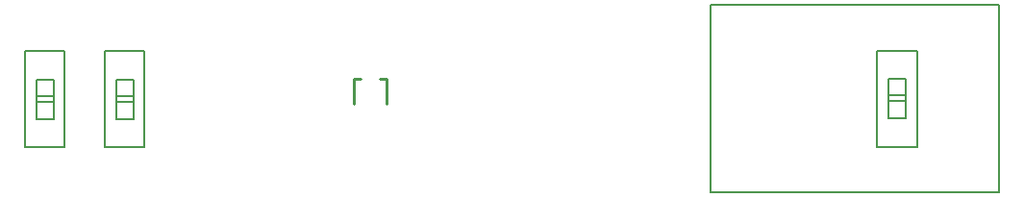
<source format=gbo>
G75*
%MOIN*%
%OFA0B0*%
%FSLAX25Y25*%
%IPPOS*%
%LPD*%
%AMOC8*
5,1,8,0,0,1.08239X$1,22.5*
%
%ADD10C,0.00500*%
%ADD11C,0.01000*%
D10*
X0038780Y0024568D02*
X0038780Y0058032D01*
X0052560Y0058032D01*
X0052560Y0024568D01*
X0038780Y0024568D01*
X0066410Y0024568D02*
X0066410Y0058032D01*
X0080190Y0058032D01*
X0080190Y0024568D01*
X0066410Y0024568D01*
X0070347Y0034213D02*
X0076253Y0034213D01*
X0076253Y0040119D01*
X0076253Y0042087D01*
X0076253Y0047993D01*
X0070347Y0047993D01*
X0070347Y0040119D01*
X0076253Y0040119D01*
X0070347Y0040119D02*
X0070347Y0034213D01*
X0048623Y0034213D02*
X0048623Y0040119D01*
X0048623Y0042087D01*
X0048623Y0047993D01*
X0042717Y0047993D01*
X0042717Y0040119D01*
X0048623Y0040119D01*
X0042717Y0040119D02*
X0042717Y0034213D01*
X0048623Y0034213D01*
X0048623Y0042087D02*
X0042717Y0042087D01*
X0070347Y0042087D02*
X0076253Y0042087D01*
X0276300Y0073800D02*
X0276300Y0008800D01*
X0376300Y0008800D01*
X0376300Y0073800D01*
X0276300Y0073800D01*
X0334210Y0058032D02*
X0334210Y0024568D01*
X0347990Y0024568D01*
X0347990Y0058032D01*
X0334210Y0058032D01*
X0338147Y0048387D02*
X0338147Y0042481D01*
X0338147Y0040513D01*
X0338147Y0034607D01*
X0344053Y0034607D01*
X0344053Y0042481D01*
X0338147Y0042481D01*
X0344053Y0042481D02*
X0344053Y0048387D01*
X0338147Y0048387D01*
X0338147Y0040513D02*
X0344053Y0040513D01*
D11*
X0164009Y0039725D02*
X0164009Y0048190D01*
X0161646Y0048190D01*
X0154954Y0048190D02*
X0152591Y0048190D01*
X0152591Y0039725D01*
M02*

</source>
